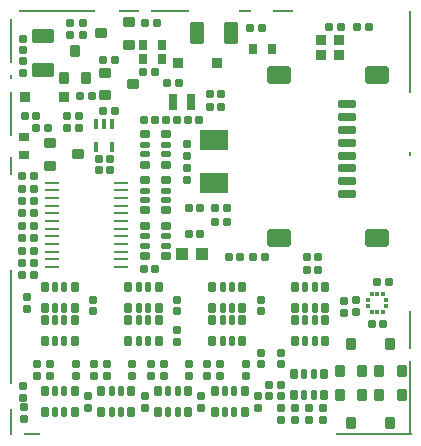
<source format=gbp>
G04*
G04 #@! TF.GenerationSoftware,Altium Limited,Altium Designer,22.9.1 (49)*
G04*
G04 Layer_Color=128*
%FSLAX25Y25*%
%MOIN*%
G70*
G04*
G04 #@! TF.SameCoordinates,FBD9B802-E2C1-45FA-B2A8-6E124328931A*
G04*
G04*
G04 #@! TF.FilePolarity,Positive*
G04*
G01*
G75*
G04:AMPARAMS|DCode=24|XSize=27.56mil|YSize=23.62mil|CornerRadius=2.36mil|HoleSize=0mil|Usage=FLASHONLY|Rotation=90.000|XOffset=0mil|YOffset=0mil|HoleType=Round|Shape=RoundedRectangle|*
%AMROUNDEDRECTD24*
21,1,0.02756,0.01890,0,0,90.0*
21,1,0.02284,0.02362,0,0,90.0*
1,1,0.00472,0.00945,0.01142*
1,1,0.00472,0.00945,-0.01142*
1,1,0.00472,-0.00945,-0.01142*
1,1,0.00472,-0.00945,0.01142*
%
%ADD24ROUNDEDRECTD24*%
G04:AMPARAMS|DCode=25|XSize=25.59mil|YSize=31.5mil|CornerRadius=2.56mil|HoleSize=0mil|Usage=FLASHONLY|Rotation=270.000|XOffset=0mil|YOffset=0mil|HoleType=Round|Shape=RoundedRectangle|*
%AMROUNDEDRECTD25*
21,1,0.02559,0.02638,0,0,270.0*
21,1,0.02047,0.03150,0,0,270.0*
1,1,0.00512,-0.01319,-0.01024*
1,1,0.00512,-0.01319,0.01024*
1,1,0.00512,0.01319,0.01024*
1,1,0.00512,0.01319,-0.01024*
%
%ADD25ROUNDEDRECTD25*%
G04:AMPARAMS|DCode=26|XSize=17.72mil|YSize=31.5mil|CornerRadius=1.77mil|HoleSize=0mil|Usage=FLASHONLY|Rotation=270.000|XOffset=0mil|YOffset=0mil|HoleType=Round|Shape=RoundedRectangle|*
%AMROUNDEDRECTD26*
21,1,0.01772,0.02795,0,0,270.0*
21,1,0.01417,0.03150,0,0,270.0*
1,1,0.00354,-0.01398,-0.00709*
1,1,0.00354,-0.01398,0.00709*
1,1,0.00354,0.01398,0.00709*
1,1,0.00354,0.01398,-0.00709*
%
%ADD26ROUNDEDRECTD26*%
G04:AMPARAMS|DCode=27|XSize=27.56mil|YSize=36.22mil|CornerRadius=2.76mil|HoleSize=0mil|Usage=FLASHONLY|Rotation=0.000|XOffset=0mil|YOffset=0mil|HoleType=Round|Shape=RoundedRectangle|*
%AMROUNDEDRECTD27*
21,1,0.02756,0.03071,0,0,0.0*
21,1,0.02205,0.03622,0,0,0.0*
1,1,0.00551,0.01102,-0.01535*
1,1,0.00551,-0.01102,-0.01535*
1,1,0.00551,-0.01102,0.01535*
1,1,0.00551,0.01102,0.01535*
%
%ADD27ROUNDEDRECTD27*%
G04:AMPARAMS|DCode=28|XSize=27.56mil|YSize=23.62mil|CornerRadius=2.36mil|HoleSize=0mil|Usage=FLASHONLY|Rotation=180.000|XOffset=0mil|YOffset=0mil|HoleType=Round|Shape=RoundedRectangle|*
%AMROUNDEDRECTD28*
21,1,0.02756,0.01890,0,0,180.0*
21,1,0.02284,0.02362,0,0,180.0*
1,1,0.00472,-0.01142,0.00945*
1,1,0.00472,0.01142,0.00945*
1,1,0.00472,0.01142,-0.00945*
1,1,0.00472,-0.01142,-0.00945*
%
%ADD28ROUNDEDRECTD28*%
G04:AMPARAMS|DCode=38|XSize=35.43mil|YSize=37.4mil|CornerRadius=3.54mil|HoleSize=0mil|Usage=FLASHONLY|Rotation=270.000|XOffset=0mil|YOffset=0mil|HoleType=Round|Shape=RoundedRectangle|*
%AMROUNDEDRECTD38*
21,1,0.03543,0.03032,0,0,270.0*
21,1,0.02835,0.03740,0,0,270.0*
1,1,0.00709,-0.01516,-0.01417*
1,1,0.00709,-0.01516,0.01417*
1,1,0.00709,0.01516,0.01417*
1,1,0.00709,0.01516,-0.01417*
%
%ADD38ROUNDEDRECTD38*%
G04:AMPARAMS|DCode=39|XSize=35.43mil|YSize=37.4mil|CornerRadius=3.54mil|HoleSize=0mil|Usage=FLASHONLY|Rotation=270.000|XOffset=0mil|YOffset=0mil|HoleType=Round|Shape=RoundedRectangle|*
%AMROUNDEDRECTD39*
21,1,0.03543,0.03032,0,0,270.0*
21,1,0.02835,0.03740,0,0,270.0*
1,1,0.00709,-0.01516,-0.01417*
1,1,0.00709,-0.01516,0.01417*
1,1,0.00709,0.01516,0.01417*
1,1,0.00709,0.01516,-0.01417*
%
%ADD39ROUNDEDRECTD39*%
%ADD43R,0.00787X0.01575*%
%ADD44R,0.00787X0.14567*%
%ADD45R,0.00787X0.27559*%
%ADD46R,0.00787X0.24803*%
%ADD47R,0.05512X0.00787*%
%ADD48R,0.25197X0.00787*%
%ADD49R,0.00787X0.06299*%
%ADD50R,0.00787X0.09055*%
%ADD51R,0.00787X0.38189*%
%ADD52R,0.07087X0.00787*%
%ADD53R,0.00787X0.12992*%
%ADD54R,0.06693X0.00787*%
%ADD55R,0.12992X0.00787*%
%ADD56R,0.03937X0.00787*%
G04:AMPARAMS|DCode=96|XSize=35.83mil|YSize=33.47mil|CornerRadius=3.35mil|HoleSize=0mil|Usage=FLASHONLY|Rotation=0.000|XOffset=0mil|YOffset=0mil|HoleType=Round|Shape=RoundedRectangle|*
%AMROUNDEDRECTD96*
21,1,0.03583,0.02677,0,0,0.0*
21,1,0.02913,0.03347,0,0,0.0*
1,1,0.00669,0.01457,-0.01339*
1,1,0.00669,-0.01457,-0.01339*
1,1,0.00669,-0.01457,0.01339*
1,1,0.00669,0.01457,0.01339*
%
%ADD96ROUNDEDRECTD96*%
%ADD98R,0.09449X0.06693*%
G04:AMPARAMS|DCode=99|XSize=27.56mil|YSize=55.12mil|CornerRadius=2.76mil|HoleSize=0mil|Usage=FLASHONLY|Rotation=0.000|XOffset=0mil|YOffset=0mil|HoleType=Round|Shape=RoundedRectangle|*
%AMROUNDEDRECTD99*
21,1,0.02756,0.04961,0,0,0.0*
21,1,0.02205,0.05512,0,0,0.0*
1,1,0.00551,0.01102,-0.02480*
1,1,0.00551,-0.01102,-0.02480*
1,1,0.00551,-0.01102,0.02480*
1,1,0.00551,0.01102,0.02480*
%
%ADD99ROUNDEDRECTD99*%
G04:AMPARAMS|DCode=100|XSize=70.87mil|YSize=45.28mil|CornerRadius=4.53mil|HoleSize=0mil|Usage=FLASHONLY|Rotation=0.000|XOffset=0mil|YOffset=0mil|HoleType=Round|Shape=RoundedRectangle|*
%AMROUNDEDRECTD100*
21,1,0.07087,0.03622,0,0,0.0*
21,1,0.06181,0.04528,0,0,0.0*
1,1,0.00906,0.03091,-0.01811*
1,1,0.00906,-0.03091,-0.01811*
1,1,0.00906,-0.03091,0.01811*
1,1,0.00906,0.03091,0.01811*
%
%ADD100ROUNDEDRECTD100*%
G04:AMPARAMS|DCode=101|XSize=33.47mil|YSize=33.47mil|CornerRadius=3.35mil|HoleSize=0mil|Usage=FLASHONLY|Rotation=0.000|XOffset=0mil|YOffset=0mil|HoleType=Round|Shape=RoundedRectangle|*
%AMROUNDEDRECTD101*
21,1,0.03347,0.02677,0,0,0.0*
21,1,0.02677,0.03347,0,0,0.0*
1,1,0.00669,0.01339,-0.01339*
1,1,0.00669,-0.01339,-0.01339*
1,1,0.00669,-0.01339,0.01339*
1,1,0.00669,0.01339,0.01339*
%
%ADD101ROUNDEDRECTD101*%
G04:AMPARAMS|DCode=102|XSize=59.06mil|YSize=25.59mil|CornerRadius=2.56mil|HoleSize=0mil|Usage=FLASHONLY|Rotation=180.000|XOffset=0mil|YOffset=0mil|HoleType=Round|Shape=RoundedRectangle|*
%AMROUNDEDRECTD102*
21,1,0.05906,0.02047,0,0,180.0*
21,1,0.05394,0.02559,0,0,180.0*
1,1,0.00512,-0.02697,0.01024*
1,1,0.00512,0.02697,0.01024*
1,1,0.00512,0.02697,-0.01024*
1,1,0.00512,-0.02697,-0.01024*
%
%ADD102ROUNDEDRECTD102*%
G04:AMPARAMS|DCode=103|XSize=78.74mil|YSize=57.09mil|CornerRadius=5.71mil|HoleSize=0mil|Usage=FLASHONLY|Rotation=180.000|XOffset=0mil|YOffset=0mil|HoleType=Round|Shape=RoundedRectangle|*
%AMROUNDEDRECTD103*
21,1,0.07874,0.04567,0,0,180.0*
21,1,0.06732,0.05709,0,0,180.0*
1,1,0.01142,-0.03366,0.02284*
1,1,0.01142,0.03366,0.02284*
1,1,0.01142,0.03366,-0.02284*
1,1,0.01142,-0.03366,-0.02284*
%
%ADD103ROUNDEDRECTD103*%
G04:AMPARAMS|DCode=104|XSize=25.59mil|YSize=31.5mil|CornerRadius=2.56mil|HoleSize=0mil|Usage=FLASHONLY|Rotation=180.000|XOffset=0mil|YOffset=0mil|HoleType=Round|Shape=RoundedRectangle|*
%AMROUNDEDRECTD104*
21,1,0.02559,0.02638,0,0,180.0*
21,1,0.02047,0.03150,0,0,180.0*
1,1,0.00512,-0.01024,0.01319*
1,1,0.00512,0.01024,0.01319*
1,1,0.00512,0.01024,-0.01319*
1,1,0.00512,-0.01024,-0.01319*
%
%ADD104ROUNDEDRECTD104*%
G04:AMPARAMS|DCode=105|XSize=17.72mil|YSize=31.5mil|CornerRadius=1.77mil|HoleSize=0mil|Usage=FLASHONLY|Rotation=180.000|XOffset=0mil|YOffset=0mil|HoleType=Round|Shape=RoundedRectangle|*
%AMROUNDEDRECTD105*
21,1,0.01772,0.02795,0,0,180.0*
21,1,0.01417,0.03150,0,0,180.0*
1,1,0.00354,-0.00709,0.01398*
1,1,0.00354,0.00709,0.01398*
1,1,0.00354,0.00709,-0.01398*
1,1,0.00354,-0.00709,-0.01398*
%
%ADD105ROUNDEDRECTD105*%
G04:AMPARAMS|DCode=106|XSize=27.56mil|YSize=36.22mil|CornerRadius=2.76mil|HoleSize=0mil|Usage=FLASHONLY|Rotation=90.000|XOffset=0mil|YOffset=0mil|HoleType=Round|Shape=RoundedRectangle|*
%AMROUNDEDRECTD106*
21,1,0.02756,0.03071,0,0,90.0*
21,1,0.02205,0.03622,0,0,90.0*
1,1,0.00551,0.01535,0.01102*
1,1,0.00551,0.01535,-0.01102*
1,1,0.00551,-0.01535,-0.01102*
1,1,0.00551,-0.01535,0.01102*
%
%ADD106ROUNDEDRECTD106*%
%ADD107O,0.04961X0.00984*%
G04:AMPARAMS|DCode=108|XSize=35.43mil|YSize=37.4mil|CornerRadius=3.54mil|HoleSize=0mil|Usage=FLASHONLY|Rotation=0.000|XOffset=0mil|YOffset=0mil|HoleType=Round|Shape=RoundedRectangle|*
%AMROUNDEDRECTD108*
21,1,0.03543,0.03032,0,0,0.0*
21,1,0.02835,0.03740,0,0,0.0*
1,1,0.00709,0.01417,-0.01516*
1,1,0.00709,-0.01417,-0.01516*
1,1,0.00709,-0.01417,0.01516*
1,1,0.00709,0.01417,0.01516*
%
%ADD108ROUNDEDRECTD108*%
G04:AMPARAMS|DCode=109|XSize=35.43mil|YSize=37.4mil|CornerRadius=3.54mil|HoleSize=0mil|Usage=FLASHONLY|Rotation=0.000|XOffset=0mil|YOffset=0mil|HoleType=Round|Shape=RoundedRectangle|*
%AMROUNDEDRECTD109*
21,1,0.03543,0.03032,0,0,0.0*
21,1,0.02835,0.03740,0,0,0.0*
1,1,0.00709,0.01417,-0.01516*
1,1,0.00709,-0.01417,-0.01516*
1,1,0.00709,-0.01417,0.01516*
1,1,0.00709,0.01417,0.01516*
%
%ADD109ROUNDEDRECTD109*%
%ADD110R,0.01378X0.01476*%
%ADD111R,0.01476X0.01378*%
G04:AMPARAMS|DCode=112|XSize=12.6mil|YSize=31.5mil|CornerRadius=1.26mil|HoleSize=0mil|Usage=FLASHONLY|Rotation=180.000|XOffset=0mil|YOffset=0mil|HoleType=Round|Shape=RoundedRectangle|*
%AMROUNDEDRECTD112*
21,1,0.01260,0.02898,0,0,180.0*
21,1,0.01008,0.03150,0,0,180.0*
1,1,0.00252,-0.00504,0.01449*
1,1,0.00252,0.00504,0.01449*
1,1,0.00252,0.00504,-0.01449*
1,1,0.00252,-0.00504,-0.01449*
%
%ADD112ROUNDEDRECTD112*%
G04:AMPARAMS|DCode=113|XSize=70.87mil|YSize=45.28mil|CornerRadius=4.53mil|HoleSize=0mil|Usage=FLASHONLY|Rotation=90.000|XOffset=0mil|YOffset=0mil|HoleType=Round|Shape=RoundedRectangle|*
%AMROUNDEDRECTD113*
21,1,0.07087,0.03622,0,0,90.0*
21,1,0.06181,0.04528,0,0,90.0*
1,1,0.00906,0.01811,0.03091*
1,1,0.00906,0.01811,-0.03091*
1,1,0.00906,-0.01811,-0.03091*
1,1,0.00906,-0.01811,0.03091*
%
%ADD113ROUNDEDRECTD113*%
%ADD114R,0.03937X0.04331*%
D24*
X18898Y106592D02*
D03*
X22835D02*
D03*
X59518Y75625D02*
D03*
X63455D02*
D03*
X102756Y55118D02*
D03*
X98819D02*
D03*
X63455Y67140D02*
D03*
X59518D02*
D03*
X102756Y59621D02*
D03*
X98819D02*
D03*
X70472Y109449D02*
D03*
X66535D02*
D03*
X81015Y59621D02*
D03*
X84952D02*
D03*
X70472Y113779D02*
D03*
X66535D02*
D03*
X122441Y51181D02*
D03*
X126378D02*
D03*
X4832Y106592D02*
D03*
X8770D02*
D03*
X115715Y136130D02*
D03*
X119652D02*
D03*
X56299Y117323D02*
D03*
X52362D02*
D03*
X110336Y136130D02*
D03*
X106399D02*
D03*
X72244Y71137D02*
D03*
X68307D02*
D03*
X55765Y105285D02*
D03*
X51828D02*
D03*
X59168Y105230D02*
D03*
X63105D02*
D03*
X72819Y59621D02*
D03*
X76756D02*
D03*
X44389Y121260D02*
D03*
X48326D02*
D03*
X68307Y75625D02*
D03*
X72244D02*
D03*
X12707Y102362D02*
D03*
X8770D02*
D03*
X18898D02*
D03*
X22835D02*
D03*
X7874Y53543D02*
D03*
X3937D02*
D03*
X44536Y55454D02*
D03*
X48473D02*
D03*
X7874Y57480D02*
D03*
X3937D02*
D03*
X7874Y69882D02*
D03*
X3937D02*
D03*
X7874Y74016D02*
D03*
X3937D02*
D03*
X7874Y82284D02*
D03*
X3937D02*
D03*
X7874Y78150D02*
D03*
X3937D02*
D03*
X7874Y86417D02*
D03*
X3937D02*
D03*
X7874Y65748D02*
D03*
X3937D02*
D03*
X7874Y61614D02*
D03*
X3937D02*
D03*
X120498Y37274D02*
D03*
X124435D02*
D03*
X29497Y92088D02*
D03*
X33434D02*
D03*
X29497Y88365D02*
D03*
X33434D02*
D03*
X31116Y108098D02*
D03*
X35053D02*
D03*
X34955Y125197D02*
D03*
X31018D02*
D03*
X23228Y113165D02*
D03*
X27165D02*
D03*
X44882Y137343D02*
D03*
X48819D02*
D03*
X79967Y135891D02*
D03*
X83904D02*
D03*
X48425Y105194D02*
D03*
X44488D02*
D03*
D25*
X44882Y90256D02*
D03*
X51969D02*
D03*
X51969Y100295D02*
D03*
X44882D02*
D03*
X44882Y69784D02*
D03*
Y59744D02*
D03*
X51969Y69784D02*
D03*
Y59744D02*
D03*
X44882Y85039D02*
D03*
Y75000D02*
D03*
X51969D02*
D03*
Y85039D02*
D03*
D26*
X44882Y93701D02*
D03*
X44882Y96850D02*
D03*
X51969Y96850D02*
D03*
Y93701D02*
D03*
X44882Y63189D02*
D03*
Y66339D02*
D03*
X51969Y63189D02*
D03*
Y66339D02*
D03*
X44882Y78445D02*
D03*
Y81594D02*
D03*
X51969Y78445D02*
D03*
Y81594D02*
D03*
D27*
X80905Y128839D02*
D03*
X87205D02*
D03*
X44291Y130217D02*
D03*
X50591Y130217D02*
D03*
X44291Y125591D02*
D03*
X50591D02*
D03*
D28*
X20079Y137402D02*
D03*
Y133465D02*
D03*
X4464Y124694D02*
D03*
Y120757D02*
D03*
X58927Y85039D02*
D03*
Y88976D02*
D03*
Y97146D02*
D03*
Y93209D02*
D03*
X115393Y45181D02*
D03*
Y41244D02*
D03*
X24213Y137402D02*
D03*
Y133465D02*
D03*
X27953Y19882D02*
D03*
Y23819D02*
D03*
X32283Y19882D02*
D03*
Y23819D02*
D03*
X40748Y19882D02*
D03*
Y23819D02*
D03*
X44914Y12972D02*
D03*
Y9035D02*
D03*
X90158Y9055D02*
D03*
Y5118D02*
D03*
X94882Y9055D02*
D03*
Y5118D02*
D03*
X99606Y9055D02*
D03*
Y5118D02*
D03*
X104331Y9055D02*
D03*
Y5118D02*
D03*
X83661Y45276D02*
D03*
Y41339D02*
D03*
X27756D02*
D03*
Y45276D02*
D03*
X111221Y44685D02*
D03*
Y40748D02*
D03*
X55709Y41339D02*
D03*
Y45276D02*
D03*
X25947Y9035D02*
D03*
Y12972D02*
D03*
X21851Y23819D02*
D03*
Y19882D02*
D03*
X13386D02*
D03*
Y23819D02*
D03*
X9055D02*
D03*
Y19882D02*
D03*
X63757Y12972D02*
D03*
Y9035D02*
D03*
X59646Y19882D02*
D03*
Y23819D02*
D03*
X51181D02*
D03*
Y19882D02*
D03*
X46851D02*
D03*
Y23819D02*
D03*
X82737Y12972D02*
D03*
Y9035D02*
D03*
X78544Y19882D02*
D03*
Y23819D02*
D03*
X70079Y19882D02*
D03*
Y23819D02*
D03*
X65748Y19882D02*
D03*
Y23819D02*
D03*
X83525Y23622D02*
D03*
Y27559D02*
D03*
X4331Y16535D02*
D03*
Y12598D02*
D03*
X90158Y12972D02*
D03*
Y16909D02*
D03*
X55709Y31102D02*
D03*
Y35039D02*
D03*
X90158Y23622D02*
D03*
Y27559D02*
D03*
X4528Y5512D02*
D03*
Y9449D02*
D03*
X86447Y16909D02*
D03*
Y12972D02*
D03*
X5499Y46186D02*
D03*
Y42249D02*
D03*
X4464Y128347D02*
D03*
Y132283D02*
D03*
D38*
X13484Y89930D02*
D03*
X22736Y93670D02*
D03*
X30305Y133996D02*
D03*
X39557Y137736D02*
D03*
X41069Y117041D02*
D03*
X31817Y113301D02*
D03*
D39*
X13484Y97411D02*
D03*
X39557Y130256D02*
D03*
X31817Y120781D02*
D03*
D43*
X133465Y93701D02*
D03*
X394Y119291D02*
D03*
D44*
Y131299D02*
D03*
Y107283D02*
D03*
D45*
X133465Y127953D02*
D03*
D46*
Y12402D02*
D03*
D47*
X7480Y394D02*
D03*
D48*
X15748Y141339D02*
D03*
X121260Y394D02*
D03*
D49*
X394Y89764D02*
D03*
D50*
X394Y4528D02*
D03*
D51*
X394Y36024D02*
D03*
D52*
X90945Y141339D02*
D03*
D53*
X133465Y35236D02*
D03*
D54*
X39567Y141339D02*
D03*
D55*
X53347D02*
D03*
D56*
X78347Y141339D02*
D03*
D96*
X56122Y123974D02*
D03*
X69114D02*
D03*
X18029Y112774D02*
D03*
X5037Y112774D02*
D03*
D98*
X67889Y84002D02*
D03*
X67889Y98569D02*
D03*
D99*
X60383Y111092D02*
D03*
X54478D02*
D03*
D100*
X11024Y133257D02*
D03*
Y121839D02*
D03*
D101*
X103583Y131860D02*
D03*
X109803D02*
D03*
X103583Y126870D02*
D03*
X109803D02*
D03*
D102*
X112205Y80295D02*
D03*
Y84626D02*
D03*
Y88957D02*
D03*
Y93287D02*
D03*
Y97618D02*
D03*
Y106280D02*
D03*
Y110610D02*
D03*
Y101949D02*
D03*
D103*
X89764Y65847D02*
D03*
X122441D02*
D03*
X89764Y119980D02*
D03*
X122441D02*
D03*
D104*
X30413Y7677D02*
D03*
Y14764D02*
D03*
X40453D02*
D03*
Y7677D02*
D03*
X67421Y31496D02*
D03*
X67421Y38583D02*
D03*
X77461Y38583D02*
D03*
Y31496D02*
D03*
X67421Y49606D02*
D03*
X67421Y42520D02*
D03*
X77461D02*
D03*
Y49606D02*
D03*
X21555Y31496D02*
D03*
X21555Y38583D02*
D03*
X11516Y38583D02*
D03*
X11516Y31496D02*
D03*
Y49606D02*
D03*
X11516Y42520D02*
D03*
X21555Y49606D02*
D03*
Y42520D02*
D03*
X94980Y31496D02*
D03*
Y38583D02*
D03*
X105020Y38583D02*
D03*
X105020Y31496D02*
D03*
X105020Y49606D02*
D03*
Y42520D02*
D03*
X94980D02*
D03*
X94980Y49606D02*
D03*
X49508Y31496D02*
D03*
Y38583D02*
D03*
X39469Y31496D02*
D03*
X39469Y38583D02*
D03*
X39469Y49606D02*
D03*
Y42520D02*
D03*
X49508Y49606D02*
D03*
Y42520D02*
D03*
X11516Y7677D02*
D03*
X11516Y14764D02*
D03*
X21555D02*
D03*
X21555Y7677D02*
D03*
X49311D02*
D03*
X49311Y14764D02*
D03*
X59350D02*
D03*
Y7677D02*
D03*
X68209D02*
D03*
X68209Y14764D02*
D03*
X78248D02*
D03*
Y7677D02*
D03*
X104626Y13386D02*
D03*
Y20472D02*
D03*
X94587D02*
D03*
X94587Y13386D02*
D03*
D105*
X37008Y14764D02*
D03*
X33858D02*
D03*
Y7677D02*
D03*
X37008D02*
D03*
X74016Y38583D02*
D03*
X70866D02*
D03*
Y31496D02*
D03*
X74016D02*
D03*
X70866Y49606D02*
D03*
X74016Y49606D02*
D03*
X74016Y42520D02*
D03*
X70866D02*
D03*
X18110Y31496D02*
D03*
X14961Y31496D02*
D03*
Y38583D02*
D03*
X18110D02*
D03*
X14961Y49606D02*
D03*
X18110Y49606D02*
D03*
X14961Y42520D02*
D03*
X18110D02*
D03*
X101575Y38583D02*
D03*
X98425Y38583D02*
D03*
Y31496D02*
D03*
X101575D02*
D03*
X98425Y42520D02*
D03*
X101575Y42520D02*
D03*
X101575Y49606D02*
D03*
X98425Y49606D02*
D03*
X46063Y31496D02*
D03*
X42913D02*
D03*
X46063Y38583D02*
D03*
X42913Y38583D02*
D03*
X42914Y49606D02*
D03*
X46063D02*
D03*
X42914Y42520D02*
D03*
X46063D02*
D03*
X18111Y14764D02*
D03*
X14961D02*
D03*
Y7677D02*
D03*
X18111D02*
D03*
X55905Y14764D02*
D03*
X52756D02*
D03*
Y7677D02*
D03*
X55905D02*
D03*
X74803Y14764D02*
D03*
X71654D02*
D03*
Y7677D02*
D03*
X74803D02*
D03*
X101181Y13386D02*
D03*
X98032D02*
D03*
Y20472D02*
D03*
X101181D02*
D03*
D106*
X4725Y93307D02*
D03*
X4725Y99606D02*
D03*
D107*
X37087Y81693D02*
D03*
Y79134D02*
D03*
Y76575D02*
D03*
Y74016D02*
D03*
Y71457D02*
D03*
Y68898D02*
D03*
Y66339D02*
D03*
Y63780D02*
D03*
Y58662D02*
D03*
Y56102D02*
D03*
X14095Y79134D02*
D03*
Y76575D02*
D03*
Y74016D02*
D03*
Y71457D02*
D03*
Y68898D02*
D03*
Y66339D02*
D03*
Y63780D02*
D03*
Y61221D02*
D03*
Y56102D02*
D03*
Y58662D02*
D03*
X37087Y61221D02*
D03*
X14095Y84252D02*
D03*
Y81693D02*
D03*
X37087Y84252D02*
D03*
D108*
X117308Y13307D02*
D03*
X130512D02*
D03*
X109828Y21339D02*
D03*
X17913Y118976D02*
D03*
X123031Y21339D02*
D03*
D109*
X113568Y4055D02*
D03*
X109828Y13307D02*
D03*
X126772Y4055D02*
D03*
X123031Y13307D02*
D03*
X113568Y30591D02*
D03*
X117308Y21339D02*
D03*
X21654Y128228D02*
D03*
X25394Y118976D02*
D03*
X126772Y30591D02*
D03*
X130512Y21339D02*
D03*
D110*
X120498Y41108D02*
D03*
X122467Y47112D02*
D03*
Y41108D02*
D03*
X124435D02*
D03*
X120498Y47112D02*
D03*
X124435D02*
D03*
D111*
X125468Y43126D02*
D03*
Y45094D02*
D03*
X119465D02*
D03*
Y43126D02*
D03*
D112*
X28752Y96279D02*
D03*
X33870D02*
D03*
X31311Y103760D02*
D03*
X28752D02*
D03*
X33870D02*
D03*
D113*
X62224Y133970D02*
D03*
X73642D02*
D03*
D114*
X63974Y60433D02*
D03*
X57281D02*
D03*
M02*

</source>
